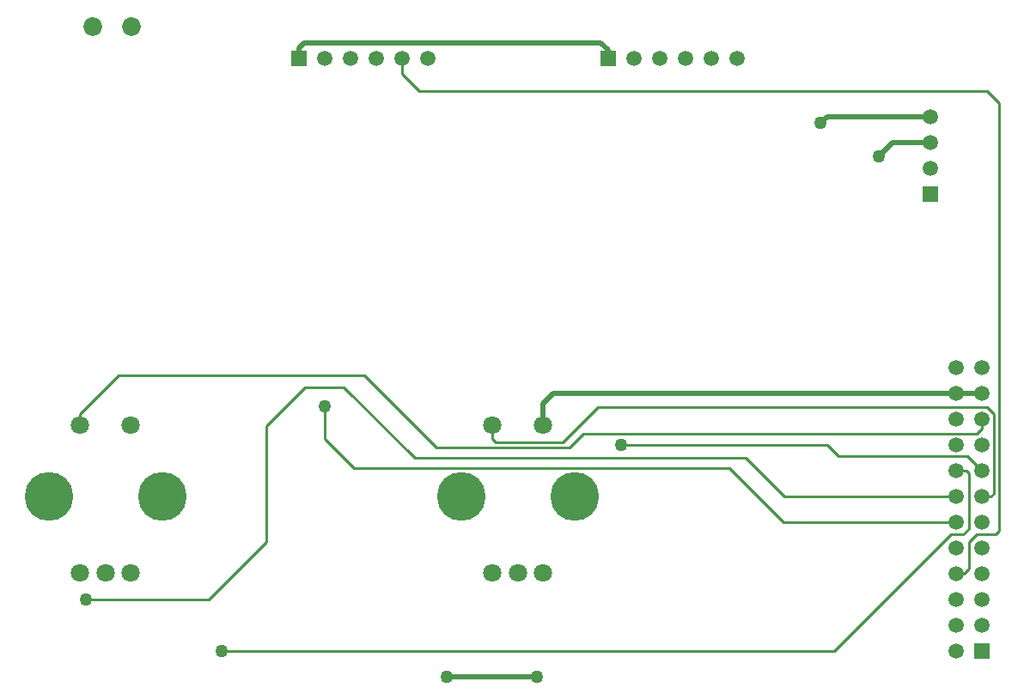
<source format=gbl>
G04*
G04 #@! TF.GenerationSoftware,Altium Limited,Altium Designer,19.1.8 (144)*
G04*
G04 Layer_Physical_Order=2*
G04 Layer_Color=16711680*
%FSLAX25Y25*%
%MOIN*%
G70*
G01*
G75*
%ADD11C,0.01000*%
%ADD35C,0.02000*%
%ADD36C,0.07284*%
%ADD37C,0.05906*%
%ADD38R,0.05906X0.05906*%
%ADD39R,0.05906X0.05906*%
%ADD40C,0.18898*%
%ADD41C,0.07087*%
%ADD42C,0.05000*%
D11*
X135000Y122500D02*
Y135000D01*
X385000Y87500D02*
Y109000D01*
X384000Y110000D02*
X385000Y109000D01*
X380000Y110000D02*
X384000D01*
X334453Y115547D02*
X384453D01*
X390000Y110000D01*
X330000Y120000D02*
X334453Y115547D01*
X250000Y120000D02*
X330000D01*
X142500Y142500D02*
X170000Y115000D01*
X127500Y142500D02*
X142500D01*
X112500Y127500D02*
X127500Y142500D01*
X201400Y121100D02*
X227500D01*
X200157Y122343D02*
X201400Y121100D01*
X200157Y122343D02*
Y127559D01*
X298300Y115000D02*
X313300Y100000D01*
X170000Y115000D02*
X298300D01*
X112500Y82500D02*
Y127500D01*
X178500Y119000D02*
X229900D01*
X150500Y147000D02*
X178500Y119000D01*
X55157Y147000D02*
X150500D01*
X90000Y60000D02*
X112500Y82500D01*
X42500Y60000D02*
X90000D01*
X95000Y40000D02*
X332800D01*
X40157Y132000D02*
X55157Y147000D01*
X135000Y122500D02*
X146500Y111000D01*
X396600Y86600D02*
Y252800D01*
X395300Y85300D02*
X396600Y86600D01*
X388000Y85300D02*
X395300D01*
X382800D02*
X385000Y87500D01*
X378100Y85300D02*
X382800D01*
X146500Y111000D02*
X292200D01*
X313300Y100000D02*
X380000D01*
X332800Y40000D02*
X378100Y85300D01*
X40157Y127559D02*
Y132000D01*
X229900Y119000D02*
X235400Y124500D01*
X388000D01*
X390000Y126500D01*
Y130000D01*
X227500Y121100D02*
X241000Y134600D01*
X391900D01*
X394600Y131900D01*
Y101100D02*
Y131900D01*
X393500Y100000D02*
X394600Y101100D01*
X390000Y100000D02*
X393500D01*
X380000Y70000D02*
X383000D01*
X385000Y72000D01*
Y82300D01*
X388000Y85300D01*
X392100Y257300D02*
X396600Y252800D01*
X171700Y257300D02*
X392100D01*
X165000Y264000D02*
X171700Y257300D01*
X165000Y264000D02*
Y270000D01*
X313200Y90000D02*
X380000D01*
X292200Y111000D02*
X313200Y90000D01*
D35*
X182500Y30000D02*
X217500D01*
X330000Y247500D02*
X370000D01*
X327500Y245000D02*
X330000Y247500D01*
X350000Y232100D02*
X355400Y237500D01*
X370000D01*
X380000Y140000D02*
X390000D01*
X223843D02*
X380000D01*
X219843Y136000D02*
X223843Y140000D01*
X219843Y127559D02*
Y136000D01*
X245000Y270000D02*
Y273200D01*
X242200Y276000D02*
X245000Y273200D01*
X127000Y276000D02*
X242200D01*
X125000Y274000D02*
X127000Y276000D01*
X125000Y270000D02*
Y274000D01*
D36*
X60000Y282500D02*
D03*
X45000D02*
D03*
D37*
X370000Y247500D02*
D03*
Y237500D02*
D03*
Y227500D02*
D03*
X295000Y270000D02*
D03*
X285000D02*
D03*
X275000D02*
D03*
X265000D02*
D03*
X255000D02*
D03*
X380000Y90000D02*
D03*
Y80000D02*
D03*
Y70000D02*
D03*
Y60000D02*
D03*
Y50000D02*
D03*
Y40000D02*
D03*
Y150000D02*
D03*
Y140000D02*
D03*
Y130000D02*
D03*
Y120000D02*
D03*
Y110000D02*
D03*
Y100000D02*
D03*
X390000Y89970D02*
D03*
Y80000D02*
D03*
Y70000D02*
D03*
Y60000D02*
D03*
Y50000D02*
D03*
Y150000D02*
D03*
Y140000D02*
D03*
Y130000D02*
D03*
Y120000D02*
D03*
Y110000D02*
D03*
Y100000D02*
D03*
X175000Y270000D02*
D03*
X165000D02*
D03*
X155000D02*
D03*
X145000D02*
D03*
X135000D02*
D03*
D38*
X370000Y217500D02*
D03*
X390000Y40000D02*
D03*
D39*
X245000Y270000D02*
D03*
X125000D02*
D03*
D40*
X187953Y100000D02*
D03*
X232047D02*
D03*
X72047D02*
D03*
X27953D02*
D03*
D41*
X219843Y127559D02*
D03*
X200157D02*
D03*
X210000Y70472D02*
D03*
X219843D02*
D03*
X200157D02*
D03*
X40157D02*
D03*
X59843D02*
D03*
X50000D02*
D03*
X40157Y127559D02*
D03*
X59843D02*
D03*
D42*
X135000Y135000D02*
D03*
X217500Y30000D02*
D03*
X182500D02*
D03*
X250000Y120000D02*
D03*
X95000Y40000D02*
D03*
X42500Y60000D02*
D03*
X327500Y245000D02*
D03*
X350000Y232100D02*
D03*
M02*

</source>
